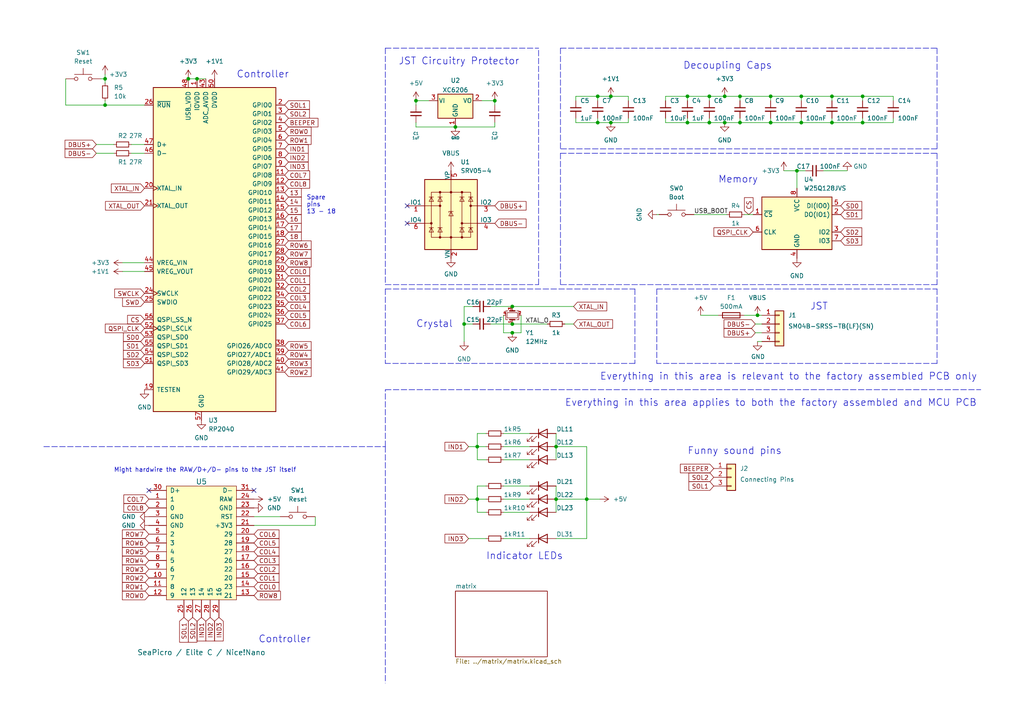
<source format=kicad_sch>
(kicad_sch (version 20211123) (generator eeschema)
  (paper "A4")
  (lib_symbols
    (symbol "Conn_01x04_1" (pin_names (offset 1.016) hide)
      (property "Reference" "J2" (at 2.54 2.54 0))
      (property "Value" "Conn_01x04_1" (at 2.54 -0.635 0))
      (symbol "Conn_01x04_1_1_1"
        (pin passive line (at -5.08 2.54 0) (length 3.81) (name "Pin_1") (number "1"))
        (pin passive line (at -5.08 0 0) (length 3.81) (name "Pin_2") (number "2"))
        (pin passive line (at -5.08 -2.54 0) (length 3.81) (name "Pin_3") (number "3"))
      )
    )
    (symbol "Connector_Generic:Conn_01x04" (pin_names (offset 1.016) hide)
      (property "Reference" "J" (at 0 5.08 0))
      (property "Value" "Conn_01x04" (at 0 -7.62 0))
      (symbol "Conn_01x04_1_1"
        (pin passive line (at -5.08 2.54 0) (length 3.81) (name "Pin_1") (number "1"))
        (pin passive line (at -5.08 0 0) (length 3.81) (name "Pin_2") (number "2"))
        (pin passive line (at -5.08 -2.54 0) (length 3.81) (name "Pin_3") (number "3"))
        (pin passive line (at -5.08 -5.08 0) (length 3.81) (name "Pin_4") (number "4"))
      )
    )
    (symbol "Device:C_Small" (pin_numbers hide) (pin_names (offset 0.254) hide)
      (property "Reference" "C" (at 0.254 1.778 0))
      (property "Value" "C_Small" (at 0.254 -2.032 0))
      (symbol "C_Small_1_1"
        (pin passive line (at 0 2.54 270) (length 2.032) (name "~") (number "1"))
        (pin passive line (at 0 -2.54 90) (length 2.032) (name "~") (number "2"))
      )
    )
    (symbol "Device:Crystal_GND24_Small" (pin_names (offset 1.016) hide)
      (property "Reference" "Y" (at 1.27 4.445 0))
      (property "Value" "Crystal_GND24_Small" (at 1.27 2.54 0))
      (symbol "Crystal_GND24_Small_1_1"
        (pin passive line (at -2.54 0 0) (length 1.27) (name "1") (number "1"))
        (pin passive line (at 0 -2.54 90) (length 0.635) (name "2") (number "2"))
        (pin passive line (at 2.54 0 180) (length 1.27) (name "3") (number "3"))
        (pin passive line (at 0 2.54 270) (length 0.635) (name "4") (number "4"))
      )
    )
    (symbol "Device:Fuse" (pin_numbers hide) (pin_names (offset 0))
      (property "Reference" "F" (at 2.032 0 90))
      (property "Value" "Fuse" (at -1.905 0 90))
      (symbol "Fuse_1_1"
        (pin passive line (at 0 3.81 270) (length 1.27) (name "~") (number "1"))
        (pin passive line (at 0 -3.81 90) (length 1.27) (name "~") (number "2"))
      )
    )
    (symbol "Device:LED" (pin_numbers hide) (pin_names (offset 1.016) hide)
      (property "Reference" "D" (at 0 2.54 0))
      (property "Value" "LED" (at 0 -2.54 0))
      (symbol "LED_1_1"
        (pin passive line (at -3.81 0 0) (length 2.54) (name "K") (number "1"))
        (pin passive line (at 3.81 0 180) (length 2.54) (name "A") (number "2"))
      )
    )
    (symbol "Device:R_Small" (pin_numbers hide) (pin_names (offset 0.254) hide)
      (property "Reference" "R" (at 0.762 0.508 0))
      (property "Value" "R_Small" (at 0.762 -1.016 0))
      (symbol "R_Small_1_1"
        (pin passive line (at 0 2.54 270) (length 0.762) (name "~") (number "1"))
        (pin passive line (at 0 -2.54 90) (length 0.762) (name "~") (number "2"))
      )
    )
    (symbol "Memory_Flash:W25Q128JVS"
      (property "Reference" "U" (at -8.89 8.89 0))
      (property "Value" "W25Q128JVS" (at 7.62 8.89 0))
      (symbol "W25Q128JVS_1_1"
        (pin input line (at -12.7 2.54 0) (length 2.54) (name "~{CS}") (number "1"))
        (pin bidirectional line (at 12.7 2.54 180) (length 2.54) (name "DO(IO1)") (number "2"))
        (pin bidirectional line (at 12.7 -2.54 180) (length 2.54) (name "IO2") (number "3"))
        (pin power_in line (at 0 -10.16 90) (length 2.54) (name "GND") (number "4"))
        (pin bidirectional line (at 12.7 5.08 180) (length 2.54) (name "DI(IO0)") (number "5"))
        (pin input line (at -12.7 -2.54 0) (length 2.54) (name "CLK") (number "6"))
        (pin bidirectional line (at 12.7 -5.08 180) (length 2.54) (name "IO3") (number "7"))
        (pin power_in line (at 0 10.16 270) (length 2.54) (name "VCC") (number "8"))
      )
    )
    (symbol "Regulator_Linear:XC6206PxxxMR" (pin_names (offset 0.254))
      (property "Reference" "U" (at -3.81 3.175 0))
      (property "Value" "XC6206PxxxMR" (at 0 3.175 0))
      (symbol "XC6206PxxxMR_1_1"
        (pin power_in line (at 0 -7.62 90) (length 2.54) (name "GND") (number "1"))
        (pin power_out line (at 7.62 0 180) (length 2.54) (name "VO") (number "2"))
        (pin power_in line (at -7.62 0 0) (length 2.54) (name "VI") (number "3"))
      )
    )
    (symbol "Sleep-lib:RP2040" (pin_names (offset 1.016))
      (property "Reference" "U" (at 8.89 51.435 0))
      (property "Value" "RP2040" (at 8.89 48.895 0))
      (symbol "RP2040_1_1"
        (pin power_in line (at -5.08 50.8 270) (length 2.54) (name "IOVDD") (number "1"))
        (pin power_in line (at -5.08 50.8 270) (length 2.54) hide (name "IOVDD") (number "10"))
        (pin input line (at 20.32 22.86 180) (length 2.54) (name "GPIO8") (number "11"))
        (pin input line (at 20.32 20.32 180) (length 2.54) (name "GPIO9") (number "12"))
        (pin input line (at 20.32 17.78 180) (length 2.54) (name "GPIO10") (number "13"))
        (pin input line (at 20.32 15.24 180) (length 2.54) (name "GPIO11") (number "14"))
        (pin input line (at 20.32 12.7 180) (length 2.54) (name "GPIO12") (number "15"))
        (pin input line (at 20.32 10.16 180) (length 2.54) (name "GPIO13") (number "16"))
        (pin input line (at 20.32 7.62 180) (length 2.54) (name "GPIO14") (number "17"))
        (pin input line (at 20.32 5.08 180) (length 2.54) (name "GPIO15") (number "18"))
        (pin input line (at -20.32 -39.37 0) (length 2.54) (name "TESTEN") (number "19"))
        (pin input line (at 20.32 43.18 180) (length 2.54) (name "GPIO0") (number "2"))
        (pin input clock (at -20.32 19.05 0) (length 2.54) (name "XTAL_IN") (number "20"))
        (pin input clock (at -20.32 13.97 0) (length 2.54) (name "XTAL_OUT") (number "21"))
        (pin power_in line (at -5.08 50.8 270) (length 2.54) hide (name "IOVDD") (number "22"))
        (pin power_in line (at 0 50.8 270) (length 2.54) hide (name "DVDD") (number "23"))
        (pin input clock (at -20.32 -11.43 0) (length 2.54) (name "SWCLK") (number "24"))
        (pin bidirectional line (at -20.32 -13.97 0) (length 2.54) (name "SWDIO") (number "25"))
        (pin input line (at -20.32 43.18 0) (length 2.54) (name "~{RUN}") (number "26"))
        (pin input line (at 20.32 2.54 180) (length 2.54) (name "GPIO16") (number "27"))
        (pin input line (at 20.32 0 180) (length 2.54) (name "GPIO17") (number "28"))
        (pin input line (at 20.32 -2.54 180) (length 2.54) (name "GPIO18") (number "29"))
        (pin input line (at 20.32 40.64 180) (length 2.54) (name "GPIO1") (number "3"))
        (pin input line (at 20.32 -5.08 180) (length 2.54) (name "GPIO19") (number "30"))
        (pin input line (at 20.32 -7.62 180) (length 2.54) (name "GPIO20") (number "31"))
        (pin input line (at 20.32 -10.16 180) (length 2.54) (name "GPIO21") (number "32"))
        (pin power_in line (at -5.08 50.8 270) (length 2.54) hide (name "IOVDD") (number "33"))
        (pin input line (at 20.32 -12.7 180) (length 2.54) (name "GPIO22") (number "34"))
        (pin input line (at 20.32 -15.24 180) (length 2.54) (name "GPIO23") (number "35"))
        (pin input line (at 20.32 -17.78 180) (length 2.54) (name "GPIO24") (number "36"))
        (pin input line (at 20.32 -20.32 180) (length 2.54) (name "GPIO25") (number "37"))
        (pin input line (at 20.32 -26.67 180) (length 2.54) (name "GPIO26/ADC0") (number "38"))
        (pin input line (at 20.32 -29.21 180) (length 2.54) (name "GPIO27/ADC1") (number "39"))
        (pin input line (at 20.32 38.1 180) (length 2.54) (name "GPIO2") (number "4"))
        (pin input line (at 20.32 -31.75 180) (length 2.54) (name "GPIO28/ADC2") (number "40"))
        (pin input line (at 20.32 -34.29 180) (length 2.54) (name "GPIO29/ADC3") (number "41"))
        (pin power_in line (at -5.08 50.8 270) (length 2.54) hide (name "IOVDD") (number "42"))
        (pin power_in line (at -2.54 50.8 270) (length 2.54) (name "ADC_AVDD") (number "43"))
        (pin power_in line (at -20.32 -2.54 0) (length 2.54) (name "VREG_VIN") (number "44"))
        (pin power_out line (at -20.32 -5.08 0) (length 2.54) (name "VREG_VOUT") (number "45"))
        (pin bidirectional line (at -20.32 29.21 0) (length 2.54) (name "D-") (number "46"))
        (pin bidirectional line (at -20.32 31.75 0) (length 2.54) (name "D+") (number "47"))
        (pin power_in line (at -7.62 50.8 270) (length 2.54) (name "USB_VDD") (number "48"))
        (pin power_in line (at -5.08 50.8 270) (length 2.54) hide (name "IOVDD") (number "49"))
        (pin input line (at 20.32 35.56 180) (length 2.54) (name "GPIO3") (number "5"))
        (pin power_in line (at 0 50.8 270) (length 2.54) (name "DVDD") (number "50"))
        (pin bidirectional line (at -20.32 -31.75 0) (length 2.54) (name "QSPI_SD3") (number "51"))
        (pin input clock (at -20.32 -21.59 0) (length 2.54) (name "QSPI_SCLK") (number "52"))
        (pin bidirectional line (at -20.32 -24.13 0) (length 2.54) (name "QSPI_SD0") (number "53"))
        (pin bidirectional line (at -20.32 -29.21 0) (length 2.54) (name "QSPI_SD2") (number "54"))
        (pin bidirectional line (at -20.32 -26.67 0) (length 2.54) (name "QSPI_SD1") (number "55"))
        (pin bidirectional line (at -20.32 -19.05 0) (length 2.54) (name "QSPI_SS_N") (number "56"))
        (pin power_in line (at -3.81 -48.26 90) (length 2.54) (name "GND") (number "57"))
        (pin input line (at 20.32 33.02 180) (length 2.54) (name "GPIO4") (number "6"))
        (pin input line (at 20.32 30.48 180) (length 2.54) (name "GPIO5") (number "7"))
        (pin input line (at 20.32 27.94 180) (length 2.54) (name "GPIO6") (number "8"))
        (pin input line (at 20.32 25.4 180) (length 2.54) (name "GPIO7") (number "9"))
      )
    )
    (symbol "Switch:SW_Push" (pin_numbers hide) (pin_names (offset 1.016) hide)
      (property "Reference" "SW" (at 1.27 2.54 0))
      (property "Value" "SW_Push" (at 0 -1.524 0))
      (symbol "SW_Push_0_1"
        (pin passive line (at -5.08 0 0) (length 2.54) (name "1") (number "1"))
        (pin passive line (at 5.08 0 180) (length 2.54) (name "2") (number "2"))
      )
    )
    (symbol "josh:ProMicro" (pin_names (offset 1.016))
      (property "Reference" "U?" (at 0 26.67 0))
      (property "Value" "SeaPicro" (at 0 -22.86 0))
      (symbol "ProMicro_1_1"
        (pin input line (at -15.24 21.59 0) (length 5.08) (name "1") (number "1"))
        (pin input line (at -15.24 -1.27 0) (length 5.08) (name "7") (number "10"))
        (pin input line (at -15.24 -3.81 0) (length 5.08) (name "8") (number "11"))
        (pin input line (at -15.24 -6.35 0) (length 5.08) (name "9") (number "12"))
        (pin input line (at 15.24 -6.35 180) (length 5.08) (name "21") (number "13"))
        (pin input line (at 15.24 -3.81 180) (length 5.08) (name "23") (number "14"))
        (pin input line (at 15.24 -1.27 180) (length 5.08) (name "20") (number "15"))
        (pin input line (at 15.24 1.27 180) (length 5.08) (name "22") (number "16"))
        (pin input line (at 15.24 3.81 180) (length 5.08) (name "26") (number "17"))
        (pin input line (at 15.24 6.35 180) (length 5.08) (name "27") (number "18"))
        (pin input line (at 15.24 8.89 180) (length 5.08) (name "28") (number "19"))
        (pin input line (at -15.24 19.05 0) (length 5.08) (name "0") (number "2"))
        (pin input line (at 15.24 11.43 180) (length 5.08) (name "29") (number "20"))
        (pin input line (at 15.24 13.97 180) (length 5.08) (name "+3V3") (number "21"))
        (pin input line (at 15.24 16.51 180) (length 5.08) (name "RST") (number "22"))
        (pin input line (at 15.24 19.05 180) (length 5.08) (name "GND") (number "23"))
        (pin input line (at 15.24 21.59 180) (length 5.08) (name "RAW") (number "24"))
        (pin input line (at -5.08 -12.7 90) (length 5.08) (name "12") (number "25"))
        (pin input line (at -2.54 -12.7 90) (length 5.08) (name "13") (number "26"))
        (pin input line (at 0 -12.7 90) (length 5.08) (name "14") (number "27"))
        (pin input line (at 2.54 -12.7 90) (length 5.08) (name "15") (number "28"))
        (pin input line (at 5.08 -12.7 90) (length 5.08) (name "16") (number "29"))
        (pin input line (at -15.24 16.51 0) (length 5.08) (name "GND") (number "3"))
        (pin input line (at -15.24 24.13 0) (length 5.08) (name "D+") (number "30"))
        (pin input line (at 15.24 24.13 180) (length 5.08) (name "D-") (number "31"))
        (pin input line (at -15.24 13.97 0) (length 5.08) (name "GND") (number "4"))
        (pin input line (at -15.24 11.43 0) (length 5.08) (name "2") (number "5"))
        (pin input line (at -15.24 8.89 0) (length 5.08) (name "3") (number "6"))
        (pin input line (at -15.24 6.35 0) (length 5.08) (name "4") (number "7"))
        (pin input line (at -15.24 3.81 0) (length 5.08) (name "5") (number "8"))
        (pin input line (at -15.24 1.27 0) (length 5.08) (name "6") (number "9"))
      )
    )
    (symbol "marbastlib-various:SRV05-4" (pin_names (offset 0))
      (property "Reference" "U" (at -5.08 11.43 0))
      (property "Value" "SRV05-4" (at 2.54 11.43 0))
      (symbol "SRV05-4_1_1"
        (pin passive line (at -12.7 2.54 0) (length 5.08) (name "IO1") (number "1"))
        (pin passive line (at 0 -12.7 90) (length 2.54) (name "VN") (number "2"))
        (pin passive line (at 12.7 2.54 180) (length 5.08) (name "IO2") (number "3"))
        (pin passive line (at 12.7 -2.54 180) (length 5.08) (name "IO3") (number "4"))
        (pin passive line (at 0 12.7 270) (length 2.54) (name "VP") (number "5"))
        (pin passive line (at -12.7 -2.54 0) (length 5.08) (name "IO4") (number "6"))
      )
    )
    (symbol "power:+1V1" (power) (pin_names (offset 0))
      (property "Value" "+1V1" (at 0 3.556 0))
      (symbol "+1V1_1_1"
        (pin power_in line (at 0 0 90) (length 0) hide (name "+1V1") (number "1"))
      )
    )
    (symbol "power:+3.3V" (power) (pin_names (offset 0))
      (property "Value" "+3.3V" (at 0 3.556 0))
      (symbol "+3.3V_1_1"
        (pin power_in line (at 0 0 90) (length 0) hide (name "+3V3") (number "1"))
      )
    )
    (symbol "power:+3V3" (power) (pin_names (offset 0))
      (property "Value" "+3V3" (at 0 3.556 0))
      (symbol "+3V3_1_1"
        (pin power_in line (at 0 0 90) (length 0) hide (name "+3V3") (number "1"))
      )
    )
    (symbol "power:+5V" (power) (pin_names (offset 0))
      (property "Value" "+5V" (at 0 3.556 0))
      (symbol "+5V_1_1"
        (pin power_in line (at 0 0 90) (length 0) hide (name "+5V") (number "1"))
      )
    )
    (symbol "power:GND" (power) (pin_names (offset 0))
      (property "Value" "GND" (at 0 -3.81 0))
      (symbol "GND_1_1"
        (pin power_in line (at 0 0 270) (length 0) hide (name "GND") (number "1"))
      )
    )
    (symbol "power:VBUS" (power) (pin_names (offset 0))
      (property "Value" "VBUS" (at 0 3.81 0))
      (symbol "VBUS_1_1"
        (pin power_in line (at 0 0 90) (length 0) hide (name "VBUS") (number "1"))
      )
    )
  )
  (junction (at 177.165 27.94))
  (junction (at 148.59 93.98))
  (junction (at 232.41 35.56))
  (junction (at 205.74 27.94))
  (junction (at 241.3 27.94))
  (junction (at 232.41 27.94))
  (junction (at 214.63 27.94))
  (junction (at 138.43 144.78))
  (junction (at 214.63 35.56))
  (junction (at 210.185 35.56))
  (junction (at 30.48 30.48))
  (junction (at 223.52 27.94))
  (junction (at 250.19 27.94))
  (junction (at 173.355 35.56))
  (junction (at 138.43 129.54))
  (junction (at 223.52 35.56))
  (junction (at 161.29 129.54))
  (junction (at 219.71 91.44))
  (junction (at 199.39 35.56))
  (junction (at 205.74 35.56))
  (junction (at 161.29 144.78))
  (junction (at 57.15 22.86))
  (junction (at 210.185 27.94))
  (junction (at 177.165 35.56))
  (junction (at 199.39 27.94))
  (junction (at 30.48 22.86))
  (junction (at 231.14 49.53))
  (junction (at 148.59 96.52))
  (junction (at 54.61 22.86))
  (junction (at 120.65 29.21) (diameter 0.9144))
  (junction (at 134.62 93.98))
  (junction (at 170.18 144.78))
  (junction (at 143.51 29.21) (diameter 0.9144))
  (junction (at 148.59 88.9))
  (junction (at 250.19 35.56))
  (junction (at 173.355 27.94))
  (junction (at 132.08 36.83) (diameter 0.9144))
  (junction (at 241.3 35.56))
  (no_connect (at 43.18 142.24))
  (no_connect (at 73.66 142.24))
  (no_connect (at 118.11 64.77))
  (no_connect (at 118.11 59.69))
  (wire (pts (xy 135.89 129.54) (xy 138.43 129.54)))
  (wire (pts (xy 214.63 35.56) (xy 223.52 35.56)))
  (wire (pts (xy 173.99 144.78) (xy 170.18 144.78)))
  (wire (pts (xy 138.43 129.54) (xy 138.43 133.35)))
  (wire (pts (xy 30.48 29.21) (xy 30.48 30.48)))
  (polyline (pts (xy 184.15 83.82) (xy 184.15 105.41)))
  (wire (pts (xy 91.44 152.4) (xy 91.44 149.86)))
  (wire (pts (xy 146.05 156.21) (xy 153.67 156.21)))
  (wire (pts (xy 120.65 35.56) (xy 120.65 36.83)))
  (wire (pts (xy 146.05 96.52) (xy 148.59 96.52)))
  (wire (pts (xy 132.08 36.83) (xy 143.51 36.83)))
  (wire (pts (xy 177.165 27.94) (xy 173.355 27.94)))
  (wire (pts (xy 30.48 21.59) (xy 30.48 22.86)))
  (wire (pts (xy 151.13 91.44) (xy 151.13 96.52)))
  (wire (pts (xy 201.295 62.23) (xy 210.82 62.23)))
  (wire (pts (xy 214.63 27.94) (xy 223.52 27.94)))
  (wire (pts (xy 35.56 76.2) (xy 41.91 76.2)))
  (wire (pts (xy 138.43 129.54) (xy 140.97 129.54)))
  (polyline (pts (xy 156.21 82.55) (xy 156.21 13.97)))
  (polyline (pts (xy 162.56 44.45) (xy 271.78 44.45)))
  (wire (pts (xy 138.43 144.78) (xy 140.97 144.78)))
  (wire (pts (xy 173.355 27.94) (xy 167.005 27.94)))
  (wire (pts (xy 139.7 29.21) (xy 143.51 29.21)))
  (wire (pts (xy 220.98 93.98) (xy 219.075 93.98)))
  (wire (pts (xy 238.76 49.53) (xy 245.745 49.53)))
  (polyline (pts (xy 111.76 13.97) (xy 111.76 82.55)))
  (wire (pts (xy 161.29 125.73) (xy 161.29 129.54)))
  (wire (pts (xy 167.005 35.56) (xy 173.355 35.56)))
  (wire (pts (xy 19.05 30.48) (xy 19.05 22.86)))
  (wire (pts (xy 138.43 144.78) (xy 138.43 148.59)))
  (wire (pts (xy 138.43 148.59) (xy 140.97 148.59)))
  (wire (pts (xy 193.04 35.56) (xy 199.39 35.56)))
  (wire (pts (xy 120.65 29.21) (xy 124.46 29.21)))
  (polyline (pts (xy 111.76 82.55) (xy 156.21 82.55)))
  (wire (pts (xy 215.9 62.23) (xy 218.44 62.23)))
  (wire (pts (xy 223.52 35.56) (xy 232.41 35.56)))
  (wire (pts (xy 182.245 27.94) (xy 182.245 29.21)))
  (wire (pts (xy 219.71 99.06) (xy 220.98 99.06)))
  (polyline (pts (xy 162.56 44.45) (xy 162.56 82.55)))
  (wire (pts (xy 30.48 22.86) (xy 30.48 24.13)))
  (wire (pts (xy 241.3 27.94) (xy 250.19 27.94)))
  (wire (pts (xy 73.66 149.86) (xy 81.28 149.86)))
  (wire (pts (xy 232.41 35.56) (xy 241.3 35.56)))
  (wire (pts (xy 232.41 27.94) (xy 232.41 29.21)))
  (wire (pts (xy 137.16 88.9) (xy 134.62 88.9)))
  (wire (pts (xy 134.62 93.98) (xy 134.62 99.06)))
  (wire (pts (xy 146.05 91.44) (xy 146.05 96.52)))
  (wire (pts (xy 138.43 133.35) (xy 140.97 133.35)))
  (wire (pts (xy 143.51 35.56) (xy 143.51 36.83)))
  (wire (pts (xy 250.19 35.56) (xy 250.19 34.29)))
  (wire (pts (xy 215.9 91.44) (xy 219.71 91.44)))
  (wire (pts (xy 120.65 29.21) (xy 120.65 30.48)))
  (polyline (pts (xy 271.78 83.82) (xy 271.78 105.41)))
  (wire (pts (xy 138.43 140.97) (xy 140.97 140.97)))
  (polyline (pts (xy 190.5 83.82) (xy 190.5 105.41)))
  (wire (pts (xy 193.04 34.29) (xy 193.04 35.56)))
  (polyline (pts (xy 271.78 13.97) (xy 271.78 43.18)))
  (wire (pts (xy 148.59 88.9) (xy 166.37 88.9)))
  (wire (pts (xy 138.43 125.73) (xy 138.43 129.54)))
  (polyline (pts (xy 162.56 13.97) (xy 162.56 43.18)))
  (wire (pts (xy 161.29 129.54) (xy 161.29 133.35)))
  (wire (pts (xy 232.41 27.94) (xy 241.3 27.94)))
  (wire (pts (xy 138.43 140.97) (xy 138.43 144.78)))
  (wire (pts (xy 210.185 27.94) (xy 214.63 27.94)))
  (wire (pts (xy 205.74 27.94) (xy 205.74 29.21)))
  (polyline (pts (xy 271.78 44.45) (xy 271.78 82.55)))
  (wire (pts (xy 29.21 22.86) (xy 30.48 22.86)))
  (wire (pts (xy 146.05 129.54) (xy 153.67 129.54)))
  (wire (pts (xy 193.04 27.94) (xy 199.39 27.94)))
  (wire (pts (xy 134.62 88.9) (xy 134.62 93.98)))
  (wire (pts (xy 54.61 22.86) (xy 57.15 22.86)))
  (wire (pts (xy 73.66 152.4) (xy 91.44 152.4)))
  (wire (pts (xy 223.52 27.94) (xy 232.41 27.94)))
  (wire (pts (xy 231.14 49.53) (xy 233.68 49.53)))
  (wire (pts (xy 259.08 27.94) (xy 259.08 29.21)))
  (wire (pts (xy 241.3 34.29) (xy 241.3 35.56)))
  (wire (pts (xy 173.355 34.29) (xy 173.355 35.56)))
  (wire (pts (xy 27.94 44.45) (xy 33.02 44.45)))
  (wire (pts (xy 210.185 35.56) (xy 214.63 35.56)))
  (wire (pts (xy 223.52 27.94) (xy 223.52 29.21)))
  (polyline (pts (xy 190.5 83.82) (xy 271.78 83.82)))
  (wire (pts (xy 170.18 129.54) (xy 170.18 144.78)))
  (wire (pts (xy 135.89 156.21) (xy 140.97 156.21)))
  (wire (pts (xy 151.13 96.52) (xy 148.59 96.52)))
  (wire (pts (xy 193.04 29.21) (xy 193.04 27.94)))
  (wire (pts (xy 19.05 30.48) (xy 30.48 30.48)))
  (polyline (pts (xy 12.7 129.54) (xy 111.76 129.54)))
  (wire (pts (xy 205.74 35.56) (xy 210.185 35.56)))
  (wire (pts (xy 146.05 144.78) (xy 153.67 144.78)))
  (wire (pts (xy 203.2 91.44) (xy 208.28 91.44)))
  (wire (pts (xy 173.355 27.94) (xy 173.355 29.21)))
  (wire (pts (xy 161.29 140.97) (xy 161.29 144.78)))
  (wire (pts (xy 146.05 140.97) (xy 153.67 140.97)))
  (polyline (pts (xy 271.78 105.41) (xy 190.5 105.41)))
  (wire (pts (xy 146.05 148.59) (xy 153.67 148.59)))
  (wire (pts (xy 177.165 27.94) (xy 182.245 27.94)))
  (wire (pts (xy 143.51 29.21) (xy 143.51 30.48)))
  (wire (pts (xy 250.19 27.94) (xy 259.08 27.94)))
  (wire (pts (xy 142.24 93.98) (xy 148.59 93.98)))
  (wire (pts (xy 177.165 35.56) (xy 182.245 35.56)))
  (wire (pts (xy 38.1 41.91) (xy 41.91 41.91)))
  (wire (pts (xy 241.3 27.94) (xy 241.3 29.21)))
  (wire (pts (xy 205.74 27.94) (xy 210.185 27.94)))
  (wire (pts (xy 219.71 91.44) (xy 220.98 91.44)))
  (wire (pts (xy 214.63 35.56) (xy 214.63 34.29)))
  (wire (pts (xy 142.24 88.9) (xy 148.59 88.9)))
  (wire (pts (xy 57.15 22.86) (xy 59.69 22.86)))
  (wire (pts (xy 214.63 27.94) (xy 214.63 29.21)))
  (wire (pts (xy 232.41 34.29) (xy 232.41 35.56)))
  (wire (pts (xy 241.3 35.56) (xy 250.19 35.56)))
  (wire (pts (xy 170.18 144.78) (xy 170.18 156.21)))
  (wire (pts (xy 161.29 144.78) (xy 170.18 144.78)))
  (wire (pts (xy 250.19 35.56) (xy 259.08 35.56)))
  (wire (pts (xy 173.355 35.56) (xy 177.165 35.56)))
  (polyline (pts (xy 162.56 13.97) (xy 271.78 13.97)))
  (wire (pts (xy 205.74 27.94) (xy 199.39 27.94)))
  (wire (pts (xy 199.39 27.94) (xy 199.39 29.21)))
  (wire (pts (xy 259.08 35.56) (xy 259.08 34.29)))
  (wire (pts (xy 199.39 35.56) (xy 205.74 35.56)))
  (wire (pts (xy 132.08 36.83) (xy 120.65 36.83)))
  (wire (pts (xy 250.19 27.94) (xy 250.19 29.21)))
  (wire (pts (xy 134.62 93.98) (xy 137.16 93.98)))
  (wire (pts (xy 38.1 44.45) (xy 41.91 44.45)))
  (wire (pts (xy 30.48 30.48) (xy 41.91 30.48)))
  (wire (pts (xy 219.075 96.52) (xy 220.98 96.52)))
  (wire (pts (xy 190.5 62.23) (xy 191.135 62.23)))
  (polyline (pts (xy 111.76 83.82) (xy 184.15 83.82)))
  (wire (pts (xy 205.74 34.29) (xy 205.74 35.56)))
  (polyline (pts (xy 111.76 113.03) (xy 284.48 113.03)))
  (polyline (pts (xy 111.76 13.97) (xy 156.21 13.97)))
  (wire (pts (xy 167.005 34.29) (xy 167.005 35.56)))
  (polyline (pts (xy 184.15 105.41) (xy 111.76 105.41)))
  (wire (pts (xy 148.59 93.98) (xy 158.75 93.98)))
  (wire (pts (xy 161.29 148.59) (xy 161.29 144.78)))
  (wire (pts (xy 146.05 133.35) (xy 153.67 133.35)))
  (polyline (pts (xy 271.78 82.55) (xy 162.56 82.55)))
  (wire (pts (xy 227.33 49.53) (xy 231.14 49.53)))
  (wire (pts (xy 135.89 144.78) (xy 138.43 144.78)))
  (wire (pts (xy 199.39 34.29) (xy 199.39 35.56)))
  (wire (pts (xy 35.56 78.74) (xy 41.91 78.74)))
  (wire (pts (xy 182.245 35.56) (xy 182.245 34.29)))
  (polyline (pts (xy 111.76 129.54) (xy 111.76 113.03)))
  (wire (pts (xy 27.94 41.91) (xy 33.02 41.91)))
  (wire (pts (xy 138.43 125.73) (xy 140.97 125.73)))
  (polyline (pts (xy 271.78 43.18) (xy 162.56 43.18)))
  (wire (pts (xy 161.29 156.21) (xy 170.18 156.21)))
  (polyline (pts (xy 111.76 129.54) (xy 111.76 198.12)))
  (wire (pts (xy 146.05 125.73) (xy 153.67 125.73)))
  (wire (pts (xy 231.14 49.53) (xy 231.14 54.61)))
  (wire (pts (xy 167.005 27.94) (xy 167.005 29.21)))
  (wire (pts (xy 163.83 93.98) (xy 166.37 93.98)))
  (wire (pts (xy 223.52 35.56) (xy 223.52 34.29)))
  (wire (pts (xy 161.29 129.54) (xy 170.18 129.54)))
  (polyline (pts (xy 111.76 83.82) (xy 111.76 105.41)))
  (text "Spare\npins\n13 - 18" (at 88.9 62.23 0) (effects (font (size 1.27 1.27)) (justify left bottom)))
  (text "Controller" (at 74.93 186.69 0) (effects (font (size 2.032 2.032)) (justify left bottom)))
  (text "Everything in this area applies to both the factory assembled and MCU PCB\n" (at 163.83 118.11 0) (effects (font (size 2.032 2.032)) (justify left bottom)))
  (text "Crystal" (at 120.65 95.25 0) (effects (font (size 2.032 2.032)) (justify left bottom)))
  (text "Decoupling Caps" (at 198.12 20.32 0) (effects (font (size 2.032 2.032)) (justify left bottom)))
  (text "Controller" (at 68.58 22.86 0) (effects (font (size 2.032 2.032)) (justify left bottom)))
  (text "Might hardwire the RAW/D+/D- pins to the JST itself" (at 33.02 137.16 0) (effects (font (size 1.27 1.27)) (justify left bottom)))
  (text "Indicator LEDs" (at 140.97 162.56 0) (effects (font (size 2.032 2.032)) (justify left bottom)))
  (text "Everything in this area is relevant to the factory assembled PCB only" (at 173.99 110.49 0) (effects (font (size 2.032 2.032)) (justify left bottom)))
  (text "JST Circuitry Protector" (at 115.57 19.05 0) (effects (font (size 2.032 2.032)) (justify left bottom)))
  (text "Funny sound pins" (at 199.39 132.08 0) (effects (font (size 2.032 2.032)) (justify left bottom)))
  (text "Memory" (at 208.28 53.34 0) (effects (font (size 2.032 2.032)) (justify left bottom)))
  (text "JST" (at 234.95 90.17 0) (effects (font (size 2.032 2.032)) (justify left bottom)))
  (label "XTAL_O" (at 152.4 93.98 0))
  (label "USB_BOOT" (at 201.295 62.23 0))
  (global_label "SD1" (shape input) (at 243.84 62.23 0) (property "Intersheet References" "${INTERSHEET_REFS}" (effects hide)))
  (global_label "XTAL_OUT" (shape input) (at 166.37 93.98 0) (property "Intersheet References" "${INTERSHEET_REFS}" (effects hide)))
  (global_label "ROW4" (shape input) (at 82.55 102.87 0) (property "Intersheet References" "${INTERSHEET_REFS}" (effects hide)))
  (global_label "17" (shape input) (at 82.55 66.04 0) (property "Intersheet References" "${INTERSHEET_REFS}" (effects hide)))
  (global_label "SD1" (shape input) (at 41.91 100.33 180) (property "Intersheet References" "${INTERSHEET_REFS}" (effects hide)))
  (global_label "CS" (shape input) (at 217.17 62.23 90) (property "Intersheet References" "${INTERSHEET_REFS}" (effects hide)))
  (global_label "COL6" (shape input) (at 82.55 93.98 0) (property "Intersheet References" "${INTERSHEET_REFS}" (effects hide)))
  (global_label "DBUS-" (shape input) (at 27.94 44.45 180) (property "Intersheet References" "${INTERSHEET_REFS}" (effects hide)))
  (global_label "ROW8" (shape input) (at 82.55 76.2 0) (property "Intersheet References" "${INTERSHEET_REFS}" (effects hide)))
  (global_label "ROW7" (shape input) (at 82.55 73.66 0) (property "Intersheet References" "${INTERSHEET_REFS}" (effects hide)))
  (global_label "QSPI_CLK" (shape input) (at 41.91 95.25 180) (property "Intersheet References" "${INTERSHEET_REFS}" (effects hide)))
  (global_label "COL3" (shape input) (at 73.66 162.56 0) (property "Intersheet References" "${INTERSHEET_REFS}" (effects hide)))
  (global_label "BEEPER" (shape input) (at 207.01 135.89 180) (property "Intersheet References" "${INTERSHEET_REFS}" (effects hide)))
  (global_label "ROW2" (shape input) (at 43.18 167.64 180) (property "Intersheet References" "${INTERSHEET_REFS}" (effects hide)))
  (global_label "COL1" (shape input) (at 82.55 81.28 0) (property "Intersheet References" "${INTERSHEET_REFS}" (effects hide)))
  (global_label "IND1" (shape input) (at 135.89 129.54 180) (property "Intersheet References" "${INTERSHEET_REFS}" (effects hide)))
  (global_label "SD2" (shape input) (at 41.91 102.87 180) (property "Intersheet References" "${INTERSHEET_REFS}" (effects hide)))
  (global_label "COL8" (shape input) (at 82.55 53.34 0) (property "Intersheet References" "${INTERSHEET_REFS}" (effects hide)))
  (global_label "COL2" (shape input) (at 73.66 165.1 0) (property "Intersheet References" "${INTERSHEET_REFS}" (effects hide)))
  (global_label "SD3" (shape input) (at 243.84 69.85 0) (property "Intersheet References" "${INTERSHEET_REFS}" (effects hide)))
  (global_label "COL0" (shape input) (at 82.55 78.74 0) (property "Intersheet References" "${INTERSHEET_REFS}" (effects hide)))
  (global_label "ROW0" (shape input) (at 43.18 172.72 180) (property "Intersheet References" "${INTERSHEET_REFS}" (effects hide)))
  (global_label "COL3" (shape input) (at 82.55 86.36 0) (property "Intersheet References" "${INTERSHEET_REFS}" (effects hide)))
  (global_label "COL4" (shape input) (at 82.55 88.9 0) (property "Intersheet References" "${INTERSHEET_REFS}" (effects hide)))
  (global_label "16" (shape input) (at 82.55 63.5 0) (property "Intersheet References" "${INTERSHEET_REFS}" (effects hide)))
  (global_label "SD0" (shape input) (at 243.84 59.69 0) (property "Intersheet References" "${INTERSHEET_REFS}" (effects hide)))
  (global_label "ROW0" (shape input) (at 82.55 38.1 0) (property "Intersheet References" "${INTERSHEET_REFS}" (effects hide)))
  (global_label "SOL2" (shape input) (at 55.88 179.07 270) (property "Intersheet References" "${INTERSHEET_REFS}" (effects hide)))
  (global_label "ROW5" (shape input) (at 82.55 100.33 0) (property "Intersheet References" "${INTERSHEET_REFS}" (effects hide)))
  (global_label "IND2" (shape input) (at 82.55 45.72 0) (property "Intersheet References" "${INTERSHEET_REFS}" (effects hide)))
  (global_label "IND2" (shape input) (at 135.89 144.78 180) (property "Intersheet References" "${INTERSHEET_REFS}" (effects hide)))
  (global_label "COL1" (shape input) (at 73.66 167.64 0) (property "Intersheet References" "${INTERSHEET_REFS}" (effects hide)))
  (global_label "13" (shape input) (at 82.55 55.88 0) (property "Intersheet References" "${INTERSHEET_REFS}" (effects hide)))
  (global_label "IND3" (shape input) (at 82.55 48.26 0) (property "Intersheet References" "${INTERSHEET_REFS}" (effects hide)))
  (global_label "ROW5" (shape input) (at 43.18 160.02 180) (property "Intersheet References" "${INTERSHEET_REFS}" (effects hide)))
  (global_label "IND1" (shape input) (at 58.42 179.07 270) (property "Intersheet References" "${INTERSHEET_REFS}" (effects hide)))
  (global_label "CS" (shape input) (at 41.91 92.71 180) (property "Intersheet References" "${INTERSHEET_REFS}" (effects hide)))
  (global_label "ROW3" (shape input) (at 82.55 105.41 0) (property "Intersheet References" "${INTERSHEET_REFS}" (effects hide)))
  (global_label "ROW1" (shape input) (at 82.55 40.64 0) (property "Intersheet References" "${INTERSHEET_REFS}" (effects hide)))
  (global_label "COL8" (shape input) (at 43.18 147.32 180) (property "Intersheet References" "${INTERSHEET_REFS}" (effects hide)))
  (global_label "15" (shape input) (at 82.55 60.96 0) (property "Intersheet References" "${INTERSHEET_REFS}" (effects hide)))
  (global_label "COL6" (shape input) (at 73.66 154.94 0) (property "Intersheet References" "${INTERSHEET_REFS}" (effects hide)))
  (global_label "ROW6" (shape input) (at 82.55 71.12 0) (property "Intersheet References" "${INTERSHEET_REFS}" (effects hide)))
  (global_label "SD0" (shape input) (at 41.91 97.79 180) (property "Intersheet References" "${INTERSHEET_REFS}" (effects hide)))
  (global_label "COL4" (shape input) (at 73.66 160.02 0) (property "Intersheet References" "${INTERSHEET_REFS}" (effects hide)))
  (global_label "COL2" (shape input) (at 82.55 83.82 0) (property "Intersheet References" "${INTERSHEET_REFS}" (effects hide)))
  (global_label "DBUS+" (shape input) (at 143.51 59.69 0) (property "Intersheet References" "${INTERSHEET_REFS}" (effects hide)))
  (global_label "SD3" (shape input) (at 41.91 105.41 180) (property "Intersheet References" "${INTERSHEET_REFS}" (effects hide)))
  (global_label "BEEPER" (shape input) (at 82.55 35.56 0) (property "Intersheet References" "${INTERSHEET_REFS}" (effects hide)))
  (global_label "COL0" (shape input) (at 73.66 170.18 0) (property "Intersheet References" "${INTERSHEET_REFS}" (effects hide)))
  (global_label "SOL1" (shape input) (at 207.01 140.97 180) (property "Intersheet References" "${INTERSHEET_REFS}" (effects hide)))
  (global_label "ROW2" (shape input) (at 82.55 107.95 0) (property "Intersheet References" "${INTERSHEET_REFS}" (effects hide)))
  (global_label "14" (shape input) (at 82.55 58.42 0) (property "Intersheet References" "${INTERSHEET_REFS}" (effects hide)))
  (global_label "SOL2" (shape input) (at 82.55 33.02 0) (property "Intersheet References" "${INTERSHEET_REFS}" (effects hide)))
  (global_label "COL5" (shape input) (at 82.55 91.44 0) (property "Intersheet References" "${INTERSHEET_REFS}" (effects hide)))
  (global_label "SWD" (shape input) (at 41.91 87.63 180) (property "Intersheet References" "${INTERSHEET_REFS}" (effects hide)))
  (global_label "SWCLK" (shape input) (at 41.91 85.09 180) (property "Intersheet References" "${INTERSHEET_REFS}" (effects hide)))
  (global_label "ROW1" (shape input) (at 43.18 170.18 180) (property "Intersheet References" "${INTERSHEET_REFS}" (effects hide)))
  (global_label "COL7" (shape input) (at 82.55 50.8 0) (property "Intersheet References" "${INTERSHEET_REFS}" (effects hide)))
  (global_label "SOL2" (shape input) (at 207.01 138.43 180) (property "Intersheet References" "${INTERSHEET_REFS}" (effects hide)))
  (global_label "SD2" (shape input) (at 243.84 67.31 0) (property "Intersheet References" "${INTERSHEET_REFS}" (effects hide)))
  (global_label "IND3" (shape input) (at 135.89 156.21 180) (property "Intersheet References" "${INTERSHEET_REFS}" (effects hide)))
  (global_label "XTAL_IN" (shape input) (at 41.91 54.61 180) (property "Intersheet References" "${INTERSHEET_REFS}" (effects hide)))
  (global_label "DBUS+" (shape input) (at 27.94 41.91 180) (property "Intersheet References" "${INTERSHEET_REFS}" (effects hide)))
  (global_label "QSPI_CLK" (shape input) (at 218.44 67.31 180) (property "Intersheet References" "${INTERSHEET_REFS}" (effects hide)))
  (global_label "ROW6" (shape input) (at 43.18 157.48 180) (property "Intersheet References" "${INTERSHEET_REFS}" (effects hide)))
  (global_label "DBUS+" (shape input) (at 219.075 96.52 180) (property "Intersheet References" "${INTERSHEET_REFS}" (effects hide)))
  (global_label "ROW8" (shape input) (at 73.66 172.72 0) (property "Intersheet References" "${INTERSHEET_REFS}" (effects hide)))
  (global_label "18" (shape input) (at 82.55 68.58 0) (property "Intersheet References" "${INTERSHEET_REFS}" (effects hide)))
  (global_label "COL5" (shape input) (at 73.66 157.48 0) (property "Intersheet References" "${INTERSHEET_REFS}" (effects hide)))
  (global_label "DBUS-" (shape input) (at 143.51 64.77 0) (property "Intersheet References" "${INTERSHEET_REFS}" (effects hide)))
  (global_label "DBUS-" (shape input) (at 219.075 93.98 180) (property "Intersheet References" "${INTERSHEET_REFS}" (effects hide)))
  (global_label "XTAL_IN" (shape input) (at 166.37 88.9 0) (property "Intersheet References" "${INTERSHEET_REFS}" (effects hide)))
  (global_label "SOL1" (shape input) (at 53.34 179.07 270) (property "Intersheet References" "${INTERSHEET_REFS}" (effects hide)))
  (global_label "COL7" (shape input) (at 43.18 144.78 180) (property "Intersheet References" "${INTERSHEET_REFS}" (effects hide)))
  (global_label "IND2" (shape input) (at 60.96 179.07 270) (property "Intersheet References" "${INTERSHEET_REFS}" (effects hide)))
  (global_label "ROW3" (shape input) (at 43.18 165.1 180) (property "Intersheet References" "${INTERSHEET_REFS}" (effects hide)))
  (global_label "IND3" (shape input) (at 63.5 179.07 270) (property "Intersheet References" "${INTERSHEET_REFS}" (effects hide)))
  (global_label "SOL1" (shape input) (at 82.55 30.48 0) (property "Intersheet References" "${INTERSHEET_REFS}" (effects hide)))
  (global_label "IND1" (shape input) (at 82.55 43.18 0) (property "Intersheet References" "${INTERSHEET_REFS}" (effects hide)))
  (global_label "ROW7" (shape input) (at 43.18 154.94 180) (property "Intersheet References" "${INTERSHEET_REFS}" (effects hide)))
  (global_label "ROW4" (shape input) (at 43.18 162.56 180) (property "Intersheet References" "${INTERSHEET_REFS}" (effects hide)))
  (global_label "XTAL_OUT" (shape input) (at 41.91 59.69 180) (property "Intersheet References" "${INTERSHEET_REFS}" (effects hide)))
  (symbol (lib_id "Device:C_Small") (at 205.74 31.75 0) (unit 1)
    (property "Reference" "C6" (at 207.01 29.2099 0) (effects (justify left)))
    (property "Value" "100nF" (at 207.01 34.2899 0) (effects (justify left)))
    (property "Footprint" "Capacitor_SMD:C_0402_1005Metric" (effects hide))
    (property "LCSC" "C1525" (effects hide))
  )
  (symbol (lib_id "power:GND") (at 43.18 152.4 270) (unit 1)
    (property "Reference" "#PWR0120" (effects hide))
    (property "Value" "GND" (at 39.37 152.3999 90) (effects (justify right)))
  )
  (symbol (lib_id "Device:C_Small") (at 236.22 49.53 90) (unit 1)
    (property "Reference" "C17" (at 234.9499 48.26 90) (effects (justify left)))
    (property "Value" "100nF" (at 243.8399 48.26 90) (effects (justify left)))
    (property "Footprint" "Capacitor_SMD:C_0402_1005Metric" (effects hide))
    (property "LCSC" "C1525" (effects hide))
  )
  (symbol (lib_id "Switch:SW_Push") (at 24.13 22.86 0) (unit 1) (in_bom no)
    (property "Reference" "SW1" (at 24.13 15.24 0))
    (property "Value" "Reset" (at 24.13 17.78 0))
    (property "Footprint" "Connector_PinSocket_2.54mm:PinSocket_1x02_P2.54mm_Vertical" (effects hide))
  )
  (symbol (lib_id "Device:C_Small") (at 143.51 33.02 180) (unit 1)
    (property "Reference" "C2" (at 143.51 38.735 0) (effects (font (size 0.762 0.762))))
    (property "Value" "1uF" (at 143.51 40.005 0) (effects (font (size 0.762 0.762))))
    (property "Footprint" "Capacitor_SMD:C_0402_1005Metric" (effects hide))
    (property "LCSC" "C52923" (effects hide))
  )
  (symbol (lib_id "power:GND") (at 210.185 35.56 0) (unit 1)
    (property "Reference" "#PWR0112" (effects hide))
    (property "Value" "GND" (at 210.185 40.64 0))
  )
  (symbol (lib_id "power:+3V3") (at 210.185 27.94 0) (unit 1)
    (property "Reference" "#PWR0111" (effects hide))
    (property "Value" "+3V3" (at 210.185 22.86 0))
  )
  (symbol (lib_id "Device:C_Small") (at 199.39 31.75 0) (unit 1)
    (property "Reference" "C4" (at 200.66 29.2099 0) (effects (justify left)))
    (property "Value" "1uF" (at 200.66 34.2899 0) (effects (justify left)))
    (property "Footprint" "Capacitor_SMD:C_0402_1005Metric" (effects hide))
    (property "LCSC" "C52923" (effects hide))
  )
  (symbol (lib_id "Device:C_Small") (at 259.08 31.75 0) (unit 1)
    (property "Reference" "C14" (at 260.35 29.2099 0) (effects (justify left)))
    (property "Value" "100nF" (at 260.35 34.2899 0) (effects (justify left)))
    (property "Footprint" "Capacitor_SMD:C_0402_1005Metric" (effects hide))
    (property "LCSC" "C1525" (effects hide))
  )
  (symbol (lib_id "power:GND") (at 177.165 35.56 0) (unit 1)
    (property "Reference" "#PWR0113" (effects hide))
    (property "Value" "GND" (at 177.165 40.64 0))
  )
  (symbol (lib_id "Device:Fuse") (at 212.09 91.44 90) (unit 1)
    (property "Reference" "F1" (at 212.09 86.36 90))
    (property "Value" "500mA" (at 212.09 88.9 90))
    (property "Footprint" "Fuse:Fuse_1206_3216Metric" (effects hide))
    (property "LCSC" "C70076" (effects hide))
  )
  (symbol (lib_id "Device:C_Small") (at 193.04 31.75 0) (unit 1)
    (property "Reference" "C3" (at 194.31 29.2099 0) (effects (justify left)))
    (property "Value" "10uF" (at 194.31 34.2899 0) (effects (justify left)))
    (property "Footprint" "Capacitor_SMD:C_0402_1005Metric" (effects hide))
    (property "LCSC" "C15525" (effects hide))
  )
  (symbol (lib_id "power:GND") (at 148.59 96.52 0) (unit 1)
    (property "Reference" "#PWR0101" (effects hide))
    (property "Value" "GND" (at 148.59 101.6 0))
  )
  (symbol (lib_id "power:+1V1") (at 35.56 78.74 90) (unit 1)
    (property "Reference" "#PWR0116" (effects hide))
    (property "Value" "+1V1" (at 31.75 78.7399 90) (effects (justify left)))
  )
  (symbol (lib_id "Device:LED") (at 157.48 129.54 0) (unit 1)
    (property "Reference" "DL12" (at 163.83 128.27 0))
    (property "Value" "LED" (effects hide))
  )
  (symbol (lib_id "power:+5V") (at 173.99 144.78 270) (unit 1)
    (property "Reference" "#PWR?" (effects hide))
    (property "Value" "+5V" (at 177.8 144.7799 90) (effects (justify left)))
  )
  (symbol (lib_id "Switch:SW_Push") (at 86.36 149.86 0) (unit 1) (in_bom no)
    (property "Reference" "SW1" (at 86.36 142.24 0))
    (property "Value" "Reset" (at 86.36 144.78 0))
    (property "Footprint" "Connector_PinSocket_2.54mm:PinSocket_1x02_P2.54mm_Vertical" (effects hide))
  )
  (symbol (lib_id "power:GND") (at 41.91 113.03 0) (unit 1)
    (property "Reference" "#PWR0119" (effects hide))
    (property "Value" "GND" (at 41.91 118.11 0))
  )
  (symbol (lib_id "power:GND") (at 132.08 36.83 0) (unit 1)
    (property "Reference" "#PWR0106" (effects hide))
    (property "Value" "GND" (at 132.08 40.005 0) (effects (font (size 0.762 0.762))))
  )
  (symbol (lib_id "Device:R_Small") (at 161.29 93.98 90) (unit 1)
    (property "Reference" "R3" (at 161.29 91.44 90))
    (property "Value" "1k" (at 161.29 96.52 90))
    (property "Footprint" "Resistor_SMD:R_0402_1005Metric" (effects hide))
    (property "LCSC" "C11702" (effects hide))
  )
  (symbol (lib_id "power:+3V3") (at 54.61 22.86 0) (unit 1)
    (property "Reference" "#PWR0125" (effects hide))
    (property "Value" "+3V3" (at 54.61 17.78 0))
  )
  (symbol (lib_id "Device:C_Small") (at 120.65 33.02 180) (unit 1)
    (property "Reference" "C1" (at 120.65 38.735 0) (effects (font (size 0.762 0.762))))
    (property "Value" "1uF" (at 120.65 40.005 0) (effects (font (size 0.762 0.762))))
    (property "Footprint" "Capacitor_SMD:C_0402_1005Metric" (effects hide))
    (property "LCSC" "C52923" (effects hide))
  )
  (symbol (lib_id "Device:C_Small") (at 232.41 31.75 0) (unit 1)
    (property "Reference" "C10" (at 233.68 29.2099 0) (effects (justify left)))
    (property "Value" "100nF" (at 233.68 34.2899 0) (effects (justify left)))
    (property "Footprint" "Capacitor_SMD:C_0402_1005Metric" (effects hide))
    (property "LCSC" "C1525" (effects hide))
  )
  (symbol (lib_id "Device:R_Small") (at 35.56 44.45 90) (unit 1)
    (property "Reference" "R1" (at 35.56 46.99 90))
    (property "Value" "27R" (at 39.37 46.99 90))
  )
  (symbol (lib_id "Device:Crystal_GND24_Small") (at 148.59 91.44 90) (unit 1)
    (property "Reference" "Y1" (at 152.4 96.52 90) (effects (justify right)))
    (property "Value" "12MHz" (at 152.4 99.06 90) (effects (justify right)))
    (property "Footprint" "Crystal:Crystal_SMD_3225-4Pin_3.2x2.5mm" (effects hide))
    (property "LCSC" "C9002" (effects hide))
  )
  (symbol (lib_id "Device:R_Small") (at 143.51 148.59 90) (unit 1)
    (property "Reference" "R10" (at 152.4 147.32 90) (effects (justify left)))
    (property "Value" "1k" (at 147.32 147.32 90))
    (property "LCSC" "C3017736" (effects hide))
  )
  (symbol (lib_id "Device:C_Small") (at 139.7 93.98 90) (unit 1)
    (property "Reference" "C15" (at 137.16 92.71 90))
    (property "Value" "22pF" (at 143.51 92.71 90))
    (property "Footprint" "Capacitor_SMD:C_0402_1005Metric" (effects hide))
    (property "LCSC" "C1555" (effects hide))
  )
  (symbol (lib_id "power:+3V3") (at 227.33 49.53 0) (unit 1)
    (property "Reference" "#PWR0103" (effects hide))
    (property "Value" "+3V3" (at 223.52 49.53 0))
  )
  (symbol (lib_id "Device:R_Small") (at 143.51 129.54 90) (unit 1)
    (property "Reference" "R6" (at 149.86 128.27 90))
    (property "Value" "1k" (at 147.32 128.27 90))
    (property "LCSC" "C3017736" (effects hide))
  )
  (symbol (lib_id "Device:C_Small") (at 173.355 31.75 0) (unit 1)
    (property "Reference" "C7" (at 174.625 29.2099 0) (effects (justify left)))
    (property "Value" "100nF" (at 174.625 34.2899 0) (effects (justify left)))
    (property "Footprint" "Capacitor_SMD:C_0402_1005Metric" (effects hide))
    (property "LCSC" "C1525" (effects hide))
  )
  (symbol (lib_id "power:+1V1") (at 177.165 27.94 0) (unit 1)
    (property "Reference" "#PWR0115" (effects hide))
    (property "Value" "+1V1" (at 177.165 22.86 0))
  )
  (symbol (lib_id "Device:R_Small") (at 143.51 140.97 90) (unit 1)
    (property "Reference" "R8" (at 149.86 139.7 90))
    (property "Value" "1k" (at 147.32 139.7 90))
    (property "LCSC" "C3017736" (effects hide))
  )
  (symbol (lib_id "power:GND") (at 43.18 149.86 270) (unit 1)
    (property "Reference" "#PWR0118" (effects hide))
    (property "Value" "GND" (at 39.37 149.8599 90) (effects (justify right)))
  )
  (symbol (lib_id "Switch:SW_Push") (at 196.215 62.23 0) (unit 1) (in_bom no)
    (property "Reference" "SW0" (at 196.215 54.61 0))
    (property "Value" "Boot" (at 196.215 57.15 0))
    (property "Footprint" "Connector_PinSocket_2.54mm:PinSocket_1x02_P2.54mm_Vertical" (effects hide))
  )
  (symbol (lib_id "Device:LED") (at 157.48 156.21 0) (unit 1)
    (property "Reference" "DL31" (at 163.83 154.94 0))
    (property "Value" "LED" (effects hide))
  )
  (symbol (lib_id "Device:C_Small") (at 182.245 31.75 0) (unit 1)
    (property "Reference" "C13" (at 183.515 29.2099 0) (effects (justify left)))
    (property "Value" "100nF" (at 183.515 34.2899 0) (effects (justify left)))
    (property "Footprint" "Capacitor_SMD:C_0402_1005Metric" (effects hide))
    (property "LCSC" "C1525" (effects hide))
  )
  (symbol (lib_id "Device:LED") (at 157.48 125.73 0) (unit 1)
    (property "Reference" "DL11" (at 163.83 124.46 0))
    (property "Value" "LED" (effects hide))
  )
  (symbol (lib_id "power:VBUS") (at 130.81 49.53 0) (unit 1)
    (property "Reference" "#PWR0109" (effects hide))
    (property "Value" "VBUS" (at 130.81 44.45 0))
  )
  (symbol (lib_id "Device:R_Small") (at 143.51 133.35 90) (unit 1)
    (property "Reference" "R7" (at 149.86 132.08 90))
    (property "Value" "1k" (at 147.32 132.08 90))
    (property "LCSC" "C3017736" (effects hide))
  )
  (symbol (lib_id "power:+5V") (at 120.65 29.21 0) (unit 1)
    (property "Reference" "#PWR0105" (effects hide))
    (property "Value" "+5V" (at 120.65 24.13 0))
  )
  (symbol (lib_id "Device:C_Small") (at 139.7 88.9 90) (unit 1)
    (property "Reference" "C16" (at 137.16 87.63 90))
    (property "Value" "22pF" (at 143.51 87.63 90))
    (property "Footprint" "Capacitor_SMD:C_0402_1005Metric" (effects hide))
    (property "LCSC" "C1555" (effects hide))
  )
  (symbol (lib_id "Device:R_Small") (at 143.51 156.21 90) (unit 1)
    (property "Reference" "R11" (at 152.4 154.94 90) (effects (justify left)))
    (property "Value" "1k" (at 147.32 154.94 90))
    (property "LCSC" "C3017736" (effects hide))
  )
  (symbol (lib_id "power:GND") (at 58.42 121.92 0) (unit 1)
    (property "Reference" "#PWR0121" (effects hide))
    (property "Value" "GND" (at 58.42 127 0))
  )
  (symbol (lib_id "Device:LED") (at 157.48 144.78 0) (unit 1)
    (property "Reference" "DL22" (at 163.83 143.51 0))
    (property "Value" "LED" (effects hide))
  )
  (symbol (lib_id "power:GND") (at 130.81 74.93 0) (unit 1)
    (property "Reference" "#PWR0110" (effects hide))
    (property "Value" "GND" (at 130.81 79.4925 0))
  )
  (symbol (lib_id "power:+3V3") (at 30.48 21.59 0) (unit 1)
    (property "Reference" "#PWR?" (effects hide))
    (property "Value" "+3V3" (at 34.29 21.59 0))
  )
  (symbol (lib_id "Device:R_Small") (at 35.56 41.91 90) (unit 1)
    (property "Reference" "R2" (at 35.56 39.37 90))
    (property "Value" "27R" (at 39.37 39.37 90))
    (property "Footprint" "Resistor_SMD:R_0603_1608Metric" (effects hide))
  )
  (symbol (lib_id "Device:C_Small") (at 223.52 31.75 0) (unit 1)
    (property "Reference" "C9" (at 224.79 29.2099 0) (effects (justify left)))
    (property "Value" "100nF" (at 224.79 34.2899 0) (effects (justify left)))
    (property "Footprint" "Capacitor_SMD:C_0402_1005Metric" (effects hide))
    (property "LCSC" "C1525" (effects hide))
  )
  (symbol (lib_id "power:GND") (at 190.5 62.23 270) (unit 1)
    (property "Reference" "#PWR0107" (effects hide))
    (property "Value" "GND" (at 185.42 62.23 0))
  )
  (symbol (lib_id "power:GND") (at 73.66 147.32 90) (unit 1)
    (property "Reference" "#PWR0122" (effects hide))
    (property "Value" "GND" (at 77.47 147.3199 90) (effects (justify right)))
  )
  (symbol (lib_id "Regulator_Linear:XC6206PxxxMR") (at 132.08 29.21 0) (unit 1)
    (property "Reference" "U2" (at 132.08 23.3385 0))
    (property "Value" "XC6206" (at 132.08 26.1136 0))
    (property "Footprint" "Package_TO_SOT_SMD:SOT-23" (effects hide))
    (property "Datasheet" "https://www.torexsemi.com/file/xc6206/XC6206.pdf" (effects hide))
    (property "LCSC" "C5446" (effects hide))
  )
  (symbol (lib_id "power:+1V1") (at 62.23 22.86 0) (unit 1)
    (property "Reference" "#PWR0124" (effects hide))
    (property "Value" "+1V1" (at 62.23 17.78 0))
  )
  (symbol (lib_id "Device:R_Small") (at 30.48 26.67 0) (unit 1)
    (property "Reference" "R5" (at 33.02 25.3999 0) (effects (justify left)))
    (property "Value" "10k" (at 33.02 27.9399 0) (effects (justify left)))
    (property "Footprint" "Resistor_SMD:R_0603_1608Metric_Pad0.98x0.95mm_HandSolder" (effects hide))
    (property "LCSC" "C374591" (effects hide))
  )
  (symbol (lib_name "Conn_01x04_1") (lib_id "Connector_Generic:Conn_01x04") (at 212.09 138.43 0) (unit 1)
    (property "Reference" "J2" (at 214.63 135.89 0) (effects (justify left)))
    (property "Value" "Connecting Pins" (at 214.63 139.065 0) (effects (justify left)))
  )
  (symbol (lib_id "Device:C_Small") (at 167.005 31.75 0) (unit 1)
    (property "Reference" "C5" (at 168.275 29.2099 0) (effects (justify left)))
    (property "Value" "1uF" (at 168.275 34.2899 0) (effects (justify left)))
    (property "Footprint" "Capacitor_SMD:C_0402_1005Metric" (effects hide))
    (property "LCSC" "C52923" (effects hide))
  )
  (symbol (lib_id "power:VBUS") (at 219.71 91.44 0) (unit 1)
    (property "Reference" "#PWR?" (effects hide))
    (property "Value" "VBUS" (at 219.71 86.36 0))
  )
  (symbol (lib_id "power:GND") (at 134.62 99.06 0) (unit 1)
    (property "Reference" "#PWR0102" (effects hide))
    (property "Value" "GND" (at 134.62 104.14 0))
  )
  (symbol (lib_id "power:+3.3V") (at 143.51 29.21 0) (unit 1)
    (property "Reference" "#PWR0104" (effects hide))
    (property "Value" "+3.3V" (at 143.51 24.13 0))
  )
  (symbol (lib_id "Device:R_Small") (at 213.36 62.23 90) (unit 1)
    (property "Reference" "R4" (at 213.36 59.69 90))
    (property "Value" "1k" (at 213.36 64.77 90))
    (property "Footprint" "Resistor_SMD:R_0402_1005Metric" (effects hide))
    (property "LCSC" "C11702" (effects hide))
  )
  (symbol (lib_id "Device:C_Small") (at 214.63 31.75 0) (unit 1)
    (property "Reference" "C8" (at 215.9 29.2099 0) (effects (justify left)))
    (property "Value" "100nF" (at 215.9 34.2899 0) (effects (justify left)))
    (property "Footprint" "Capacitor_SMD:C_0402_1005Metric" (effects hide))
    (property "LCSC" "C1525" (effects hide))
  )
  (symbol (lib_id "power:GND") (at 245.745 49.53 180) (unit 1)
    (property "Reference" "#PWR0114" (effects hide))
    (property "Value" "GND" (at 249.555 48.26 0))
  )
  (symbol (lib_id "power:+5V") (at 73.66 144.78 270) (unit 1)
    (property "Reference" "#PWR0123" (effects hide))
    (property "Value" "+5V" (at 77.47 144.7799 90) (effects (justify left)))
  )
  (symbol (lib_id "power:+5V") (at 203.2 91.44 0) (unit 1)
    (property "Reference" "#PWR?" (effects hide))
    (property "Value" "+5V" (at 203.2 86.36 0))
  )
  (symbol (lib_id "Connector_Generic:Conn_01x04") (at 226.06 93.98 0) (unit 1)
    (property "Reference" "J1" (at 228.6 91.44 0) (effects (justify left)))
    (property "Value" "SM04B-SRSS-TB(LF)(SN)" (at 228.6 94.615 0) (effects (justify left)))
    (property "Footprint" "random-keyboard-parts:JST-SR-4" (effects hide))
    (property "Manufacturer" "JST Sales America" (effects hide))
    (property "Manufacturer Part No" "SM04B-SRSS-TB(LF)(SN)" (effects hide))
    (property "LCSC Part No" "C160404" (effects hide))
  )
  (symbol (lib_id "Device:LED") (at 157.48 148.59 0) (unit 1)
    (property "Reference" "DL23" (at 163.83 147.32 0))
    (property "Value" "LED" (effects hide))
  )
  (symbol (lib_id "Device:R_Small") (at 143.51 144.78 90) (unit 1)
    (property "Reference" "R9" (at 149.86 143.51 90))
    (property "Value" "1k" (at 147.32 143.51 90))
    (property "LCSC" "C3017736" (effects hide))
  )
  (symbol (lib_id "Device:C_Small") (at 250.19 31.75 0) (unit 1)
    (property "Reference" "C12" (at 251.46 29.2099 0) (effects (justify left)))
    (property "Value" "100nF" (at 251.46 34.2899 0) (effects (justify left)))
    (property "Footprint" "Capacitor_SMD:C_0402_1005Metric" (effects hide))
    (property "LCSC" "C1525" (effects hide))
  )
  (symbol (lib_id "Device:C_Small") (at 241.3 31.75 0) (unit 1)
    (property "Reference" "C11" (at 242.57 29.2099 0) (effects (justify left)))
    (property "Value" "100nF" (at 242.57 34.2899 0) (effects (justify left)))
    (property "Footprint" "Capacitor_SMD:C_0402_1005Metric" (effects hide))
    (property "LCSC" "C1525" (effects hide))
  )
  (symbol (lib_id "power:GND") (at 219.71 99.06 0) (unit 1)
    (property "Reference" "#PWR?" (effects hide))
    (property "Value" "GND" (at 219.837 103.4542 0))
  )
  (symbol (lib_id "Device:LED") (at 157.48 133.35 0) (unit 1)
    (property "Reference" "DL13" (at 163.83 132.08 0))
    (property "Value" "LED" (effects hide))
  )
  (symbol (lib_id "power:GND") (at 231.14 74.93 0) (unit 1)
    (property "Reference" "#PWR0108" (effects hide))
    (property "Value" "GND" (at 231.14 80.01 0))
  )
  (symbol (lib_id "Sleep-lib:RP2040") (at 62.23 73.66 0) (unit 1)
    (property "Reference" "U3" (at 60.4394 121.92 0) (effects (justify left)))
    (property "Value" "RP2040" (at 60.4394 124.46 0) (effects (justify left)))
    (property "Footprint" "Sleep-Lib:RP2040-QFN-56" (effects hide))
    (property "Datasheet" "https://datasheets.raspberrypi.com/rp2040/rp2040-datasheet.pdf" (effects hide))
    (property "LCSC" "C2040" (effects hide))
  )
  (symbol (lib_id "Device:LED") (at 157.48 140.97 0) (unit 1)
    (property "Reference" "DL21" (at 163.83 139.7 0))
    (property "Value" "LED" (effects hide))
  )
  (symbol (lib_id "power:+3V3") (at 35.56 76.2 90) (unit 1)
    (property "Reference" "#PWR0117" (effects hide))
    (property "Value" "+3V3" (at 31.75 76.1999 90) (effects (justify left)))
  )
  (symbol (lib_id "josh:ProMicro") (at 58.42 166.37 0) (unit 1)
    (property "Reference" "U5" (at 58.42 139.7 0) (effects (font (size 1.524 1.524))))
    (property "Value" "SeaPicro / Elite C / Nice!Nano" (at 58.42 189.23 0) (effects (font (size 1.524 1.524))))
    (property "Footprint" "locallib:pro_micro" (effects hide))
  )
  (symbol (lib_id "Device:R_Small") (at 143.51 125.73 90) (unit 1)
    (property "Reference" "R5" (at 149.86 124.46 90))
    (property "Value" "1k" (at 147.32 124.46 90))
    (property "LCSC" "C3017736" (effects hide))
  )
  (symbol (lib_id "marbastlib-various:SRV05-4") (at 130.81 62.23 0) (unit 1)
    (property "Reference" "U1" (at 133.5787 46.99 0) (effects (justify left)))
    (property "Value" "SRV05-4" (at 133.5787 49.53 0) (effects (justify left)))
    (property "Footprint" "marbastlib-various:SOT-23-6-routable" (effects hide))
    (property "Datasheet" "http://www.onsemi.com/pub/Collateral/SRV05-4-D.PDF" (effects hide))
    (property "LCSC" "C85364" (effects hide))
  )
  (symbol (lib_id "Memory_Flash:W25Q128JVS") (at 231.14 64.77 0) (unit 1)
    (property "Reference" "U4" (at 233.1594 52.07 0) (effects (justify left)))
    (property "Value" "W25Q128JVS" (at 233.1594 54.61 0) (effects (justify left)))
    (property "Footprint" "Package_SO:SOIC-8_5.23x5.23mm_P1.27mm" (effects hide))
    (property "Datasheet" "http://www.winbond.com/resource-files/w25q128jv_dtr%20revc%2003272018%20plus.pdf" (effects hide))
    (property "LCSC" "C97521" (effects hide))
  )
  (sheet (at 132.08 171.45) (size 26.67 19.05) (stroke (width 0.1524))
    (property "Sheet name" "matrix" (at 132.08 170.7384 0) (effects (justify left bottom)))
    (property "Sheet file" "../matrix/matrix.kicad_sch" (at 132.08 191.0846 0) (effects (justify left top)))
  )
)
</source>
